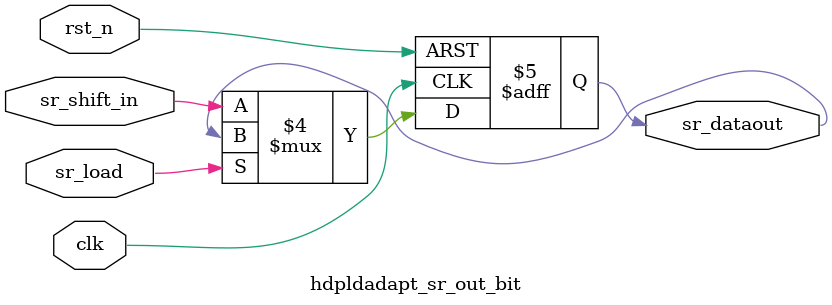
<source format=v>
module hdpldadapt_sr_out_bit
 #(
    parameter RESET_VAL = 0     // Reset value
  )
(
input wire  sr_shift_in,
input wire  sr_load,
input wire  clk,
input wire  rst_n,

output reg  sr_dataout
);

localparam reset_value = (RESET_VAL == 1) ? 1'b1 : 1'b0;

always @(negedge rst_n or posedge clk)
  if (rst_n == 1'b0)
    begin
      sr_dataout <= reset_value;
    end
  else
    begin
      sr_dataout <= (!sr_load) ? sr_shift_in : sr_dataout;
    end


endmodule

</source>
